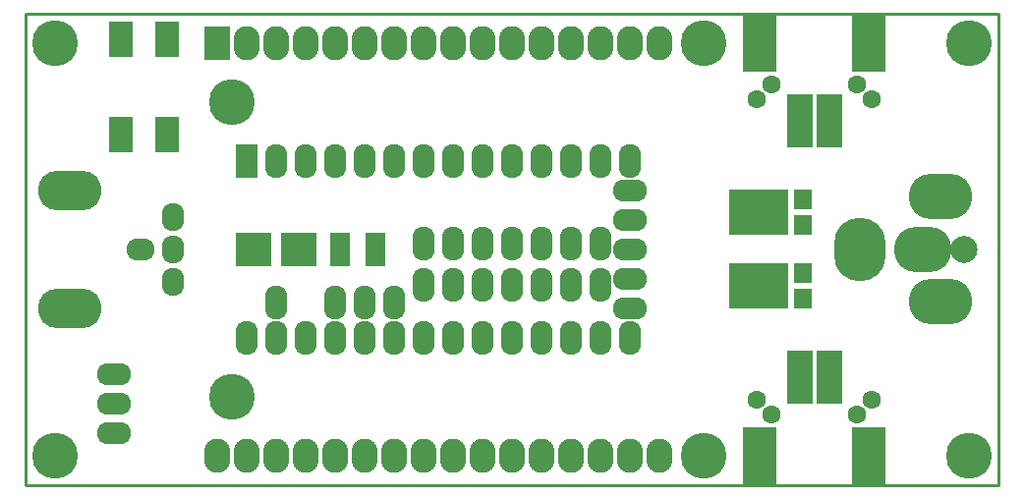
<source format=gts>
G04 #@! TF.GenerationSoftware,KiCad,Pcbnew,no-vcs-found-7584~57~ubuntu16.04.1*
G04 #@! TF.CreationDate,2017-02-08T11:01:07-05:00*
G04 #@! TF.ProjectId,modular_device_base_3x2,6D6F64756C61725F6465766963655F62,1.0*
G04 #@! TF.FileFunction,Soldermask,Top*
G04 #@! TF.FilePolarity,Negative*
%FSLAX46Y46*%
G04 Gerber Fmt 4.6, Leading zero omitted, Abs format (unit mm)*
G04 Created by KiCad (PCBNEW no-vcs-found-7584~57~ubuntu16.04.1) date Wed Feb  8 11:01:07 2017*
%MOMM*%
%LPD*%
G01*
G04 APERTURE LIST*
%ADD10C,0.100000*%
%ADD11C,0.228600*%
%ADD12R,1.640000X1.800000*%
%ADD13R,5.160000X4.000000*%
%ADD14O,2.940000X1.924000*%
%ADD15R,1.990040X3.067000*%
%ADD16R,2.178000X4.591000*%
%ADD17C,1.600200*%
%ADD18R,2.997200X5.029200*%
%ADD19R,1.670000X2.940000*%
%ADD20R,3.110000X2.900000*%
%ADD21C,3.956000*%
%ADD22O,2.254200X2.940000*%
%ADD23R,2.254200X2.940000*%
%ADD24R,1.924000X2.940000*%
%ADD25O,1.924000X2.940000*%
%ADD26O,5.480000X3.448000*%
%ADD27O,2.432000X1.924000*%
%ADD28O,1.924000X2.432000*%
%ADD29C,2.330400*%
%ADD30O,4.972000X3.956000*%
%ADD31O,4.464000X5.480000*%
%ADD32O,5.480000X3.956000*%
G04 APERTURE END LIST*
D10*
D11*
X143510000Y-79375000D02*
X59690000Y-79375000D01*
X143510000Y-120015000D02*
X143510000Y-79375000D01*
X59690000Y-120015000D02*
X143510000Y-120015000D01*
X59690000Y-79375000D02*
X59690000Y-120015000D01*
D12*
X126605000Y-97585000D03*
X126605000Y-95455000D03*
D13*
X122805000Y-96520000D03*
D12*
X126605000Y-103935000D03*
X126605000Y-101805000D03*
D13*
X122805000Y-102870000D03*
D14*
X67310000Y-113030000D03*
X67310000Y-115570000D03*
X67310000Y-110490000D03*
D15*
X67851020Y-81597500D03*
X67851020Y-89852500D03*
X71848980Y-81597500D03*
X71848980Y-89852500D03*
D16*
X128905000Y-110744000D03*
X126365000Y-110744000D03*
D17*
X131318000Y-113919000D03*
X123952000Y-113919000D03*
D18*
X132359400Y-117475000D03*
X122910600Y-117475000D03*
D19*
X86741000Y-99695000D03*
X89789000Y-99695000D03*
D20*
X83220000Y-99695000D03*
X79340000Y-99695000D03*
D21*
X62230000Y-81915000D03*
X62230000Y-117475000D03*
X140970000Y-81915000D03*
D22*
X78740000Y-81915000D03*
X81280000Y-81915000D03*
D23*
X76200000Y-81915000D03*
D22*
X83820000Y-81915000D03*
X86360000Y-81915000D03*
X88900000Y-81915000D03*
X91440000Y-81915000D03*
X93980000Y-81915000D03*
X96520000Y-81915000D03*
X99060000Y-81915000D03*
X101600000Y-81915000D03*
X104140000Y-81915000D03*
X106680000Y-81915000D03*
X109220000Y-81915000D03*
X111760000Y-81915000D03*
X114300000Y-81915000D03*
X114300000Y-117475000D03*
X111760000Y-117475000D03*
X109220000Y-117475000D03*
X106680000Y-117475000D03*
X104140000Y-117475000D03*
X101600000Y-117475000D03*
X99060000Y-117475000D03*
X96520000Y-117475000D03*
X93980000Y-117475000D03*
X91440000Y-117475000D03*
X88900000Y-117475000D03*
X86360000Y-117475000D03*
X83820000Y-117475000D03*
X81280000Y-117475000D03*
X78740000Y-117475000D03*
X76200000Y-117475000D03*
D21*
X77470000Y-86995000D03*
X77470000Y-112395000D03*
X118110000Y-117475000D03*
X118110000Y-81915000D03*
D24*
X78740000Y-92075000D03*
D25*
X81280000Y-92075000D03*
X83820000Y-92075000D03*
X86360000Y-92075000D03*
X88900000Y-92075000D03*
X91440000Y-92075000D03*
X93980000Y-92075000D03*
X96520000Y-92075000D03*
X99060000Y-92075000D03*
X101600000Y-92075000D03*
X104140000Y-92075000D03*
X106680000Y-92075000D03*
X109220000Y-92075000D03*
X111760000Y-92075000D03*
X111760000Y-107315000D03*
X109220000Y-107315000D03*
X106680000Y-107315000D03*
X104140000Y-107315000D03*
X101600000Y-107315000D03*
X99060000Y-107315000D03*
X96520000Y-107315000D03*
X93980000Y-107315000D03*
X91440000Y-107315000D03*
X88900000Y-107315000D03*
X86360000Y-107315000D03*
X83820000Y-107315000D03*
X81280000Y-107315000D03*
X78740000Y-107315000D03*
D14*
X111760000Y-104775000D03*
X111760000Y-102235000D03*
X111760000Y-99695000D03*
X111760000Y-97155000D03*
X111760000Y-94615000D03*
D25*
X81280000Y-104267000D03*
X86360000Y-104267000D03*
X88900000Y-104267000D03*
X91440000Y-104267000D03*
X93980000Y-102743000D03*
X93980000Y-99187000D03*
X96520000Y-102743000D03*
X96520000Y-99187000D03*
X99060000Y-99187000D03*
X101600000Y-99187000D03*
X104140000Y-99187000D03*
X106680000Y-99187000D03*
X109220000Y-99187000D03*
X99060000Y-102743000D03*
X101600000Y-102743000D03*
X104140000Y-102743000D03*
X106680000Y-102743000D03*
X109220000Y-102743000D03*
D26*
X63500000Y-104775000D03*
X63500000Y-94615000D03*
D27*
X69596000Y-99695000D03*
D28*
X72390000Y-99695000D03*
X72390000Y-96901000D03*
X72390000Y-102489000D03*
D17*
X122682000Y-86741000D03*
X132588000Y-86741000D03*
D16*
X126365000Y-88646000D03*
X128905000Y-88646000D03*
D17*
X123952000Y-85471000D03*
X131318000Y-85471000D03*
D18*
X122910600Y-81915000D03*
X132359400Y-81915000D03*
D17*
X122682000Y-112649000D03*
X132588000Y-112649000D03*
D29*
X140512800Y-99695000D03*
D30*
X137007600Y-99695000D03*
D31*
X131521200Y-99695000D03*
D32*
X138506200Y-104190800D03*
X138506200Y-95199200D03*
D21*
X140970000Y-117475000D03*
M02*

</source>
